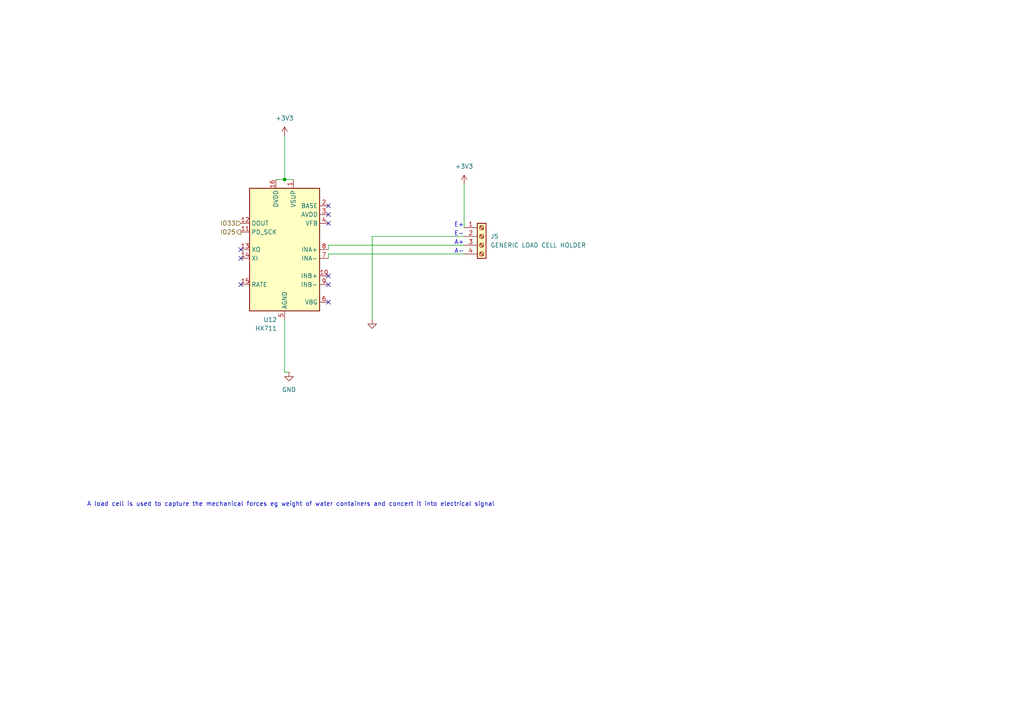
<source format=kicad_sch>
(kicad_sch
	(version 20231120)
	(generator "eeschema")
	(generator_version "8.0")
	(uuid "9ff3d4c3-6ad4-434d-a9f3-8ec0b1d7e1d8")
	(paper "A4")
	(title_block
		(title "FARMTY ")
		(date "2025-02-23")
		(rev "1")
		(company "NGA ")
		(comment 1 "LOAD CELL")
		(comment 2 "ALLAN GACHERU")
	)
	(lib_symbols
		(symbol "Analog_ADC:HX711"
			(exclude_from_sim no)
			(in_bom yes)
			(on_board yes)
			(property "Reference" "U"
				(at 5.08 21.59 0)
				(effects
					(font
						(size 1.27 1.27)
					)
				)
			)
			(property "Value" "HX711"
				(at 7.62 19.05 0)
				(effects
					(font
						(size 1.27 1.27)
					)
				)
			)
			(property "Footprint" "Package_SO:SOP-16_3.9x9.9mm_P1.27mm"
				(at 3.81 1.27 0)
				(effects
					(font
						(size 1.27 1.27)
					)
					(hide yes)
				)
			)
			(property "Datasheet" "https://web.archive.org/web/20220615044707/https://akizukidenshi.com/download/ds/avia/hx711.pdf"
				(at 3.81 -1.27 0)
				(effects
					(font
						(size 1.27 1.27)
					)
					(hide yes)
				)
			)
			(property "Description" "24-Bit Analog-to-Digital Converter (ADC) for Weight Scales"
				(at 0 0 0)
				(effects
					(font
						(size 1.27 1.27)
					)
					(hide yes)
				)
			)
			(property "ki_keywords" "adc load cell 24-bits analog weight"
				(at 0 0 0)
				(effects
					(font
						(size 1.27 1.27)
					)
					(hide yes)
				)
			)
			(property "ki_fp_filters" "SOP*3.9x9.9mm*P1.27mm*"
				(at 0 0 0)
				(effects
					(font
						(size 1.27 1.27)
					)
					(hide yes)
				)
			)
			(symbol "HX711_0_1"
				(rectangle
					(start -10.16 17.78)
					(end 10.16 -17.78)
					(stroke
						(width 0.254)
						(type default)
					)
					(fill
						(type background)
					)
				)
			)
			(symbol "HX711_1_1"
				(pin power_in line
					(at -2.54 20.32 270)
					(length 2.54)
					(name "VSUP"
						(effects
							(font
								(size 1.27 1.27)
							)
						)
					)
					(number "1"
						(effects
							(font
								(size 1.27 1.27)
							)
						)
					)
				)
				(pin input line
					(at -12.7 -7.62 0)
					(length 2.54)
					(name "INB+"
						(effects
							(font
								(size 1.27 1.27)
							)
						)
					)
					(number "10"
						(effects
							(font
								(size 1.27 1.27)
							)
						)
					)
				)
				(pin input line
					(at 12.7 5.08 180)
					(length 2.54)
					(name "PD_SCK"
						(effects
							(font
								(size 1.27 1.27)
							)
						)
					)
					(number "11"
						(effects
							(font
								(size 1.27 1.27)
							)
						)
					)
				)
				(pin output line
					(at 12.7 7.62 180)
					(length 2.54)
					(name "DOUT"
						(effects
							(font
								(size 1.27 1.27)
							)
						)
					)
					(number "12"
						(effects
							(font
								(size 1.27 1.27)
							)
						)
					)
				)
				(pin passive line
					(at 12.7 0 180)
					(length 2.54)
					(name "XO"
						(effects
							(font
								(size 1.27 1.27)
							)
						)
					)
					(number "13"
						(effects
							(font
								(size 1.27 1.27)
							)
						)
					)
				)
				(pin passive line
					(at 12.7 -2.54 180)
					(length 2.54)
					(name "XI"
						(effects
							(font
								(size 1.27 1.27)
							)
						)
					)
					(number "14"
						(effects
							(font
								(size 1.27 1.27)
							)
						)
					)
				)
				(pin input line
					(at 12.7 -10.16 180)
					(length 2.54)
					(name "RATE"
						(effects
							(font
								(size 1.27 1.27)
							)
						)
					)
					(number "15"
						(effects
							(font
								(size 1.27 1.27)
							)
						)
					)
				)
				(pin power_in line
					(at 2.54 20.32 270)
					(length 2.54)
					(name "DVDD"
						(effects
							(font
								(size 1.27 1.27)
							)
						)
					)
					(number "16"
						(effects
							(font
								(size 1.27 1.27)
							)
						)
					)
				)
				(pin passive line
					(at -12.7 12.7 0)
					(length 2.54)
					(name "BASE"
						(effects
							(font
								(size 1.27 1.27)
							)
						)
					)
					(number "2"
						(effects
							(font
								(size 1.27 1.27)
							)
						)
					)
				)
				(pin power_in line
					(at -12.7 10.16 0)
					(length 2.54)
					(name "AVDD"
						(effects
							(font
								(size 1.27 1.27)
							)
						)
					)
					(number "3"
						(effects
							(font
								(size 1.27 1.27)
							)
						)
					)
				)
				(pin input line
					(at -12.7 7.62 0)
					(length 2.54)
					(name "VFB"
						(effects
							(font
								(size 1.27 1.27)
							)
						)
					)
					(number "4"
						(effects
							(font
								(size 1.27 1.27)
							)
						)
					)
				)
				(pin power_in line
					(at 0 -20.32 90)
					(length 2.54)
					(name "AGND"
						(effects
							(font
								(size 1.27 1.27)
							)
						)
					)
					(number "5"
						(effects
							(font
								(size 1.27 1.27)
							)
						)
					)
				)
				(pin passive line
					(at -12.7 -15.24 0)
					(length 2.54)
					(name "VBG"
						(effects
							(font
								(size 1.27 1.27)
							)
						)
					)
					(number "6"
						(effects
							(font
								(size 1.27 1.27)
							)
						)
					)
				)
				(pin input line
					(at -12.7 -2.54 0)
					(length 2.54)
					(name "INA-"
						(effects
							(font
								(size 1.27 1.27)
							)
						)
					)
					(number "7"
						(effects
							(font
								(size 1.27 1.27)
							)
						)
					)
				)
				(pin input line
					(at -12.7 0 0)
					(length 2.54)
					(name "INA+"
						(effects
							(font
								(size 1.27 1.27)
							)
						)
					)
					(number "8"
						(effects
							(font
								(size 1.27 1.27)
							)
						)
					)
				)
				(pin input line
					(at -12.7 -10.16 0)
					(length 2.54)
					(name "INB-"
						(effects
							(font
								(size 1.27 1.27)
							)
						)
					)
					(number "9"
						(effects
							(font
								(size 1.27 1.27)
							)
						)
					)
				)
			)
		)
		(symbol "Connector:Screw_Terminal_01x04"
			(pin_names
				(offset 1.016) hide)
			(exclude_from_sim no)
			(in_bom yes)
			(on_board yes)
			(property "Reference" "J"
				(at 0 5.08 0)
				(effects
					(font
						(size 1.27 1.27)
					)
				)
			)
			(property "Value" "Screw_Terminal_01x04"
				(at 0 -7.62 0)
				(effects
					(font
						(size 1.27 1.27)
					)
				)
			)
			(property "Footprint" ""
				(at 0 0 0)
				(effects
					(font
						(size 1.27 1.27)
					)
					(hide yes)
				)
			)
			(property "Datasheet" "~"
				(at 0 0 0)
				(effects
					(font
						(size 1.27 1.27)
					)
					(hide yes)
				)
			)
			(property "Description" "Generic screw terminal, single row, 01x04, script generated (kicad-library-utils/schlib/autogen/connector/)"
				(at 0 0 0)
				(effects
					(font
						(size 1.27 1.27)
					)
					(hide yes)
				)
			)
			(property "ki_keywords" "screw terminal"
				(at 0 0 0)
				(effects
					(font
						(size 1.27 1.27)
					)
					(hide yes)
				)
			)
			(property "ki_fp_filters" "TerminalBlock*:*"
				(at 0 0 0)
				(effects
					(font
						(size 1.27 1.27)
					)
					(hide yes)
				)
			)
			(symbol "Screw_Terminal_01x04_1_1"
				(rectangle
					(start -1.27 3.81)
					(end 1.27 -6.35)
					(stroke
						(width 0.254)
						(type default)
					)
					(fill
						(type background)
					)
				)
				(circle
					(center 0 -5.08)
					(radius 0.635)
					(stroke
						(width 0.1524)
						(type default)
					)
					(fill
						(type none)
					)
				)
				(circle
					(center 0 -2.54)
					(radius 0.635)
					(stroke
						(width 0.1524)
						(type default)
					)
					(fill
						(type none)
					)
				)
				(polyline
					(pts
						(xy -0.5334 -4.7498) (xy 0.3302 -5.588)
					)
					(stroke
						(width 0.1524)
						(type default)
					)
					(fill
						(type none)
					)
				)
				(polyline
					(pts
						(xy -0.5334 -2.2098) (xy 0.3302 -3.048)
					)
					(stroke
						(width 0.1524)
						(type default)
					)
					(fill
						(type none)
					)
				)
				(polyline
					(pts
						(xy -0.5334 0.3302) (xy 0.3302 -0.508)
					)
					(stroke
						(width 0.1524)
						(type default)
					)
					(fill
						(type none)
					)
				)
				(polyline
					(pts
						(xy -0.5334 2.8702) (xy 0.3302 2.032)
					)
					(stroke
						(width 0.1524)
						(type default)
					)
					(fill
						(type none)
					)
				)
				(polyline
					(pts
						(xy -0.3556 -4.572) (xy 0.508 -5.4102)
					)
					(stroke
						(width 0.1524)
						(type default)
					)
					(fill
						(type none)
					)
				)
				(polyline
					(pts
						(xy -0.3556 -2.032) (xy 0.508 -2.8702)
					)
					(stroke
						(width 0.1524)
						(type default)
					)
					(fill
						(type none)
					)
				)
				(polyline
					(pts
						(xy -0.3556 0.508) (xy 0.508 -0.3302)
					)
					(stroke
						(width 0.1524)
						(type default)
					)
					(fill
						(type none)
					)
				)
				(polyline
					(pts
						(xy -0.3556 3.048) (xy 0.508 2.2098)
					)
					(stroke
						(width 0.1524)
						(type default)
					)
					(fill
						(type none)
					)
				)
				(circle
					(center 0 0)
					(radius 0.635)
					(stroke
						(width 0.1524)
						(type default)
					)
					(fill
						(type none)
					)
				)
				(circle
					(center 0 2.54)
					(radius 0.635)
					(stroke
						(width 0.1524)
						(type default)
					)
					(fill
						(type none)
					)
				)
				(pin passive line
					(at -5.08 2.54 0)
					(length 3.81)
					(name "Pin_1"
						(effects
							(font
								(size 1.27 1.27)
							)
						)
					)
					(number "1"
						(effects
							(font
								(size 1.27 1.27)
							)
						)
					)
				)
				(pin passive line
					(at -5.08 0 0)
					(length 3.81)
					(name "Pin_2"
						(effects
							(font
								(size 1.27 1.27)
							)
						)
					)
					(number "2"
						(effects
							(font
								(size 1.27 1.27)
							)
						)
					)
				)
				(pin passive line
					(at -5.08 -2.54 0)
					(length 3.81)
					(name "Pin_3"
						(effects
							(font
								(size 1.27 1.27)
							)
						)
					)
					(number "3"
						(effects
							(font
								(size 1.27 1.27)
							)
						)
					)
				)
				(pin passive line
					(at -5.08 -5.08 0)
					(length 3.81)
					(name "Pin_4"
						(effects
							(font
								(size 1.27 1.27)
							)
						)
					)
					(number "4"
						(effects
							(font
								(size 1.27 1.27)
							)
						)
					)
				)
			)
		)
		(symbol "power:+1V1"
			(power)
			(pin_numbers hide)
			(pin_names
				(offset 0) hide)
			(exclude_from_sim no)
			(in_bom yes)
			(on_board yes)
			(property "Reference" "#PWR"
				(at 0 -3.81 0)
				(effects
					(font
						(size 1.27 1.27)
					)
					(hide yes)
				)
			)
			(property "Value" "+1V1"
				(at 0 3.556 0)
				(effects
					(font
						(size 1.27 1.27)
					)
				)
			)
			(property "Footprint" ""
				(at 0 0 0)
				(effects
					(font
						(size 1.27 1.27)
					)
					(hide yes)
				)
			)
			(property "Datasheet" ""
				(at 0 0 0)
				(effects
					(font
						(size 1.27 1.27)
					)
					(hide yes)
				)
			)
			(property "Description" "Power symbol creates a global label with name \"+1V1\""
				(at 0 0 0)
				(effects
					(font
						(size 1.27 1.27)
					)
					(hide yes)
				)
			)
			(property "ki_keywords" "global power"
				(at 0 0 0)
				(effects
					(font
						(size 1.27 1.27)
					)
					(hide yes)
				)
			)
			(symbol "+1V1_0_1"
				(polyline
					(pts
						(xy -0.762 1.27) (xy 0 2.54)
					)
					(stroke
						(width 0)
						(type default)
					)
					(fill
						(type none)
					)
				)
				(polyline
					(pts
						(xy 0 0) (xy 0 2.54)
					)
					(stroke
						(width 0)
						(type default)
					)
					(fill
						(type none)
					)
				)
				(polyline
					(pts
						(xy 0 2.54) (xy 0.762 1.27)
					)
					(stroke
						(width 0)
						(type default)
					)
					(fill
						(type none)
					)
				)
			)
			(symbol "+1V1_1_1"
				(pin power_in line
					(at 0 0 90)
					(length 0)
					(name "~"
						(effects
							(font
								(size 1.27 1.27)
							)
						)
					)
					(number "1"
						(effects
							(font
								(size 1.27 1.27)
							)
						)
					)
				)
			)
		)
		(symbol "power:GND"
			(power)
			(pin_numbers hide)
			(pin_names
				(offset 0) hide)
			(exclude_from_sim no)
			(in_bom yes)
			(on_board yes)
			(property "Reference" "#PWR"
				(at 0 -6.35 0)
				(effects
					(font
						(size 1.27 1.27)
					)
					(hide yes)
				)
			)
			(property "Value" "GND"
				(at 0 -3.81 0)
				(effects
					(font
						(size 1.27 1.27)
					)
				)
			)
			(property "Footprint" ""
				(at 0 0 0)
				(effects
					(font
						(size 1.27 1.27)
					)
					(hide yes)
				)
			)
			(property "Datasheet" ""
				(at 0 0 0)
				(effects
					(font
						(size 1.27 1.27)
					)
					(hide yes)
				)
			)
			(property "Description" "Power symbol creates a global label with name \"GND\" , ground"
				(at 0 0 0)
				(effects
					(font
						(size 1.27 1.27)
					)
					(hide yes)
				)
			)
			(property "ki_keywords" "global power"
				(at 0 0 0)
				(effects
					(font
						(size 1.27 1.27)
					)
					(hide yes)
				)
			)
			(symbol "GND_0_1"
				(polyline
					(pts
						(xy 0 0) (xy 0 -1.27) (xy 1.27 -1.27) (xy 0 -2.54) (xy -1.27 -1.27) (xy 0 -1.27)
					)
					(stroke
						(width 0)
						(type default)
					)
					(fill
						(type none)
					)
				)
			)
			(symbol "GND_1_1"
				(pin power_in line
					(at 0 0 270)
					(length 0)
					(name "~"
						(effects
							(font
								(size 1.27 1.27)
							)
						)
					)
					(number "1"
						(effects
							(font
								(size 1.27 1.27)
							)
						)
					)
				)
			)
		)
	)
	(junction
		(at 82.55 52.07)
		(diameter 0)
		(color 0 0 0 0)
		(uuid "c3ee7732-990c-4d8c-98dd-89b262676980")
	)
	(no_connect
		(at 95.25 87.63)
		(uuid "4985ec7f-deb6-4f8d-961c-f3f07b095411")
	)
	(no_connect
		(at 69.85 72.39)
		(uuid "6d2b6d83-b48b-411b-9065-048b46c71560")
	)
	(no_connect
		(at 95.25 62.23)
		(uuid "72d62829-1a20-4cd2-87e2-63a43227601c")
	)
	(no_connect
		(at 69.85 82.55)
		(uuid "87832f54-949a-41da-82f2-92e65d996beb")
	)
	(no_connect
		(at 69.85 74.93)
		(uuid "9f8ed4f9-6ba1-4c9a-97ef-5fdafa6160f3")
	)
	(no_connect
		(at 95.25 59.69)
		(uuid "aa266cf2-fbcd-4387-b18c-448b12bd248e")
	)
	(no_connect
		(at 95.25 82.55)
		(uuid "c23f49a6-a9e4-4e02-b752-39a6c8811c95")
	)
	(no_connect
		(at 95.25 64.77)
		(uuid "c6bab99a-7144-4720-b892-50b205e34a13")
	)
	(no_connect
		(at 95.25 80.01)
		(uuid "e1c17dca-fbc6-478a-bc62-165a4ba89f4a")
	)
	(wire
		(pts
			(xy 95.25 72.39) (xy 95.25 71.12)
		)
		(stroke
			(width 0)
			(type default)
		)
		(uuid "342b022e-c3e6-4260-968f-a72cfa80fae3")
	)
	(wire
		(pts
			(xy 82.55 52.07) (xy 85.09 52.07)
		)
		(stroke
			(width 0)
			(type default)
		)
		(uuid "37c42a71-f3b4-42ef-9a32-14c09d69b785")
	)
	(wire
		(pts
			(xy 95.25 73.66) (xy 134.62 73.66)
		)
		(stroke
			(width 0)
			(type default)
		)
		(uuid "41e148b0-9061-41b2-97b0-106f8155a49c")
	)
	(wire
		(pts
			(xy 82.55 107.95) (xy 82.55 92.71)
		)
		(stroke
			(width 0)
			(type default)
		)
		(uuid "5ecef04a-19ea-4fae-9f31-4f486a9fd701")
	)
	(wire
		(pts
			(xy 107.95 68.58) (xy 134.62 68.58)
		)
		(stroke
			(width 0)
			(type default)
		)
		(uuid "5f58bef0-b889-41ab-b0b0-9bdbdd5a32e8")
	)
	(wire
		(pts
			(xy 83.82 107.95) (xy 82.55 107.95)
		)
		(stroke
			(width 0)
			(type default)
		)
		(uuid "6c360cf3-6416-4ba2-8938-64ebb8c46ddb")
	)
	(wire
		(pts
			(xy 95.25 71.12) (xy 134.62 71.12)
		)
		(stroke
			(width 0)
			(type default)
		)
		(uuid "6fc4edbb-f6c8-4c57-8574-f97d6a8a96b1")
	)
	(wire
		(pts
			(xy 82.55 39.37) (xy 82.55 52.07)
		)
		(stroke
			(width 0)
			(type default)
		)
		(uuid "9a6b8935-ace9-4e52-82b1-44ace46379cb")
	)
	(wire
		(pts
			(xy 95.25 74.93) (xy 95.25 73.66)
		)
		(stroke
			(width 0)
			(type default)
		)
		(uuid "a044009e-72f3-4009-9922-29ce5af8ba51")
	)
	(wire
		(pts
			(xy 134.62 53.34) (xy 134.62 66.04)
		)
		(stroke
			(width 0)
			(type default)
		)
		(uuid "aa32eae7-ee43-4a80-b015-0b02dcef76fe")
	)
	(wire
		(pts
			(xy 80.01 52.07) (xy 82.55 52.07)
		)
		(stroke
			(width 0)
			(type default)
		)
		(uuid "c770ec2b-6ee4-42b6-ba7e-ff9c623b95de")
	)
	(wire
		(pts
			(xy 107.95 68.58) (xy 107.95 92.71)
		)
		(stroke
			(width 0)
			(type default)
		)
		(uuid "d256bf18-4ecc-44a2-9cd3-02918535d968")
	)
	(text "A-"
		(exclude_from_sim no)
		(at 134.62 73.66 0)
		(effects
			(font
				(size 1.27 1.27)
			)
			(justify right bottom)
		)
		(uuid "03042f7f-9aaa-480a-9b4a-0454292637a5")
	)
	(text "E+"
		(exclude_from_sim no)
		(at 134.62 66.04 0)
		(effects
			(font
				(size 1.27 1.27)
			)
			(justify right bottom)
		)
		(uuid "b49707db-8533-4785-aebb-049d0f6be895")
	)
	(text "A load cell is used to capture the mechanical forces eg weight of water containers and concert it into electrical signal "
		(exclude_from_sim no)
		(at 84.836 146.304 0)
		(effects
			(font
				(size 1.27 1.27)
			)
		)
		(uuid "c964b0bc-1904-49ba-9b3e-287e0fff59fd")
	)
	(text "A+"
		(exclude_from_sim no)
		(at 134.62 71.12 0)
		(effects
			(font
				(size 1.27 1.27)
			)
			(justify right bottom)
		)
		(uuid "d088359d-e756-4d4d-9c47-4332e3aa6522")
	)
	(text "E-"
		(exclude_from_sim no)
		(at 134.62 68.58 0)
		(effects
			(font
				(size 1.27 1.27)
			)
			(justify right bottom)
		)
		(uuid "db93b1ab-194a-4b8f-b214-88e60f016289")
	)
	(hierarchical_label "IO25"
		(shape output)
		(at 69.85 67.31 180)
		(effects
			(font
				(size 1.27 1.27)
			)
			(justify right)
		)
		(uuid "53d777c7-c060-4d5e-8f4c-a16b338f7161")
	)
	(hierarchical_label "IO33"
		(shape input)
		(at 69.85 64.77 180)
		(effects
			(font
				(size 1.27 1.27)
			)
			(justify right)
		)
		(uuid "9f42a8f3-cf4e-4329-b353-e3bd33b1b743")
	)
	(symbol
		(lib_id "power:GND")
		(at 83.82 107.95 0)
		(unit 1)
		(exclude_from_sim no)
		(in_bom yes)
		(on_board yes)
		(dnp no)
		(fields_autoplaced yes)
		(uuid "105b5c2c-1d84-405d-ae29-6b7f14b22361")
		(property "Reference" "#PWR09"
			(at 83.82 114.3 0)
			(effects
				(font
					(size 1.27 1.27)
				)
				(hide yes)
			)
		)
		(property "Value" "GND"
			(at 83.82 113.03 0)
			(effects
				(font
					(size 1.27 1.27)
				)
			)
		)
		(property "Footprint" ""
			(at 83.82 107.95 0)
			(effects
				(font
					(size 1.27 1.27)
				)
				(hide yes)
			)
		)
		(property "Datasheet" ""
			(at 83.82 107.95 0)
			(effects
				(font
					(size 1.27 1.27)
				)
				(hide yes)
			)
		)
		(property "Description" "Power symbol creates a global label with name \"GND\" , ground"
			(at 83.82 107.95 0)
			(effects
				(font
					(size 1.27 1.27)
				)
				(hide yes)
			)
		)
		(pin "1"
			(uuid "d53c3cac-9e58-45d2-b891-dd6f1aae7b47")
		)
		(instances
			(project ""
				(path "/0fdfe1ab-72bc-4993-b1c2-70ee1668a905/f18560c3-d87a-413e-9d8f-58b3e8848822"
					(reference "#PWR09")
					(unit 1)
				)
			)
		)
	)
	(symbol
		(lib_id "Connector:Screw_Terminal_01x04")
		(at 139.7 68.58 0)
		(unit 1)
		(exclude_from_sim no)
		(in_bom yes)
		(on_board yes)
		(dnp no)
		(fields_autoplaced yes)
		(uuid "43261bae-adb4-47ef-a019-0ecd31852262")
		(property "Reference" "J5"
			(at 142.24 68.5799 0)
			(effects
				(font
					(size 1.27 1.27)
				)
				(justify left)
			)
		)
		(property "Value" "GENERIC LOAD CELL HOLDER"
			(at 142.24 71.1199 0)
			(effects
				(font
					(size 1.27 1.27)
				)
				(justify left)
			)
		)
		(property "Footprint" "TerminalBlock_Altech:Altech_AK100_1x04_P5.00mm"
			(at 139.7 68.58 0)
			(effects
				(font
					(size 1.27 1.27)
				)
				(hide yes)
			)
		)
		(property "Datasheet" "~"
			(at 139.7 68.58 0)
			(effects
				(font
					(size 1.27 1.27)
				)
				(hide yes)
			)
		)
		(property "Description" "Generic screw terminal, single row, 01x04, script generated (kicad-library-utils/schlib/autogen/connector/)"
			(at 139.7 68.58 0)
			(effects
				(font
					(size 1.27 1.27)
				)
				(hide yes)
			)
		)
		(pin "2"
			(uuid "60401eaa-86a1-4d0d-910c-f2390a1b1d01")
		)
		(pin "3"
			(uuid "83255c46-f467-45ea-aea0-3fb794748173")
		)
		(pin "4"
			(uuid "cadc96ce-4045-41c2-a13c-f65634c477ee")
		)
		(pin "1"
			(uuid "b7268eb6-c0e8-4d88-96b0-ce2a1085623a")
		)
		(instances
			(project ""
				(path "/0fdfe1ab-72bc-4993-b1c2-70ee1668a905/f18560c3-d87a-413e-9d8f-58b3e8848822"
					(reference "J5")
					(unit 1)
				)
			)
		)
	)
	(symbol
		(lib_id "Analog_ADC:HX711")
		(at 82.55 72.39 0)
		(mirror y)
		(unit 1)
		(exclude_from_sim no)
		(in_bom yes)
		(on_board yes)
		(dnp no)
		(uuid "4ab9cb8f-3ffa-4b5e-ae61-4d5fba255176")
		(property "Reference" "U12"
			(at 80.3559 92.71 0)
			(effects
				(font
					(size 1.27 1.27)
				)
				(justify left)
			)
		)
		(property "Value" "HX711"
			(at 80.3559 95.25 0)
			(effects
				(font
					(size 1.27 1.27)
				)
				(justify left)
			)
		)
		(property "Footprint" "Package_SO:SOP-16_3.9x9.9mm_P1.27mm"
			(at 78.74 71.12 0)
			(effects
				(font
					(size 1.27 1.27)
				)
				(hide yes)
			)
		)
		(property "Datasheet" "https://web.archive.org/web/20220615044707/https://akizukidenshi.com/download/ds/avia/hx711.pdf"
			(at 78.74 73.66 0)
			(effects
				(font
					(size 1.27 1.27)
				)
				(hide yes)
			)
		)
		(property "Description" "24-Bit Analog-to-Digital Converter (ADC) for Weight Scales"
			(at 82.55 72.39 0)
			(effects
				(font
					(size 1.27 1.27)
				)
				(hide yes)
			)
		)
		(pin "4"
			(uuid "3a296c48-b319-41b8-b887-ada4c49ee849")
		)
		(pin "16"
			(uuid "4358def3-6146-4360-aee6-d6924b822fd0")
		)
		(pin "3"
			(uuid "6489d105-3614-4159-866b-54efd9b5cc9c")
		)
		(pin "13"
			(uuid "8906ee87-e8e9-4cff-8491-6664d91dc0a2")
		)
		(pin "2"
			(uuid "ff884661-40f2-46a4-8390-9feb33721630")
		)
		(pin "15"
			(uuid "6e99f257-29eb-4070-bb33-6b9659507d0d")
		)
		(pin "14"
			(uuid "c3f29ab3-77a5-43b8-b455-1ce0c2dc12ca")
		)
		(pin "1"
			(uuid "e4f1df9c-5fcb-4770-a8f0-df4b1b09bd73")
		)
		(pin "10"
			(uuid "51f7c56f-43a4-47d0-8002-c3b17ac9cd7b")
		)
		(pin "12"
			(uuid "3f024113-5e3a-4f27-a3dd-432b80cb71d8")
		)
		(pin "5"
			(uuid "a30db10a-ac56-4bd8-b5da-b5c40ca6b666")
		)
		(pin "11"
			(uuid "ce4aa218-436e-4161-ba26-21511c19f882")
		)
		(pin "7"
			(uuid "5fcba270-6f85-4b8e-8018-d851c2e077a2")
		)
		(pin "6"
			(uuid "a04af56f-f23e-4984-a489-39f895dbc10d")
		)
		(pin "8"
			(uuid "292d8353-d75a-45a8-9c5c-4d16a0dc2e46")
		)
		(pin "9"
			(uuid "584c9a68-0393-49ba-9756-396d58cb4a9a")
		)
		(instances
			(project ""
				(path "/0fdfe1ab-72bc-4993-b1c2-70ee1668a905/f18560c3-d87a-413e-9d8f-58b3e8848822"
					(reference "U12")
					(unit 1)
				)
			)
		)
	)
	(symbol
		(lib_id "power:+1V1")
		(at 82.55 39.37 0)
		(unit 1)
		(exclude_from_sim no)
		(in_bom yes)
		(on_board yes)
		(dnp no)
		(fields_autoplaced yes)
		(uuid "643466b8-a3db-40bf-a12a-3f75329ae895")
		(property "Reference" "#PWR010"
			(at 82.55 43.18 0)
			(effects
				(font
					(size 1.27 1.27)
				)
				(hide yes)
			)
		)
		(property "Value" "+3V3"
			(at 82.55 34.29 0)
			(effects
				(font
					(size 1.27 1.27)
				)
			)
		)
		(property "Footprint" ""
			(at 82.55 39.37 0)
			(effects
				(font
					(size 1.27 1.27)
				)
				(hide yes)
			)
		)
		(property "Datasheet" ""
			(at 82.55 39.37 0)
			(effects
				(font
					(size 1.27 1.27)
				)
				(hide yes)
			)
		)
		(property "Description" "Power symbol creates a global label with name \"+1V1\""
			(at 82.55 39.37 0)
			(effects
				(font
					(size 1.27 1.27)
				)
				(hide yes)
			)
		)
		(pin "1"
			(uuid "03b2d1ff-8420-4198-bfd1-e830e13cac8f")
		)
		(instances
			(project ""
				(path "/0fdfe1ab-72bc-4993-b1c2-70ee1668a905/f18560c3-d87a-413e-9d8f-58b3e8848822"
					(reference "#PWR010")
					(unit 1)
				)
			)
		)
	)
	(symbol
		(lib_id "power:+1V1")
		(at 134.62 53.34 0)
		(unit 1)
		(exclude_from_sim no)
		(in_bom yes)
		(on_board yes)
		(dnp no)
		(fields_autoplaced yes)
		(uuid "71fe08fd-dac4-4d2f-86b0-917af47d8883")
		(property "Reference" "#PWR040"
			(at 134.62 57.15 0)
			(effects
				(font
					(size 1.27 1.27)
				)
				(hide yes)
			)
		)
		(property "Value" "+3V3"
			(at 134.62 48.26 0)
			(effects
				(font
					(size 1.27 1.27)
				)
			)
		)
		(property "Footprint" ""
			(at 134.62 53.34 0)
			(effects
				(font
					(size 1.27 1.27)
				)
				(hide yes)
			)
		)
		(property "Datasheet" ""
			(at 134.62 53.34 0)
			(effects
				(font
					(size 1.27 1.27)
				)
				(hide yes)
			)
		)
		(property "Description" "Power symbol creates a global label with name \"+1V1\""
			(at 134.62 53.34 0)
			(effects
				(font
					(size 1.27 1.27)
				)
				(hide yes)
			)
		)
		(pin "1"
			(uuid "f882a20d-015d-43c0-a35c-215ed947161a")
		)
		(instances
			(project ""
				(path "/0fdfe1ab-72bc-4993-b1c2-70ee1668a905/f18560c3-d87a-413e-9d8f-58b3e8848822"
					(reference "#PWR040")
					(unit 1)
				)
			)
		)
	)
	(symbol
		(lib_id "power:GND")
		(at 107.95 92.71 0)
		(unit 1)
		(exclude_from_sim no)
		(in_bom yes)
		(on_board yes)
		(dnp no)
		(fields_autoplaced yes)
		(uuid "ab855853-01c4-42c2-ae4d-12dfd2a33919")
		(property "Reference" "#PWR037"
			(at 107.95 99.06 0)
			(effects
				(font
					(size 1.27 1.27)
				)
				(hide yes)
			)
		)
		(property "Value" "GND"
			(at 107.95 97.79 0)
			(effects
				(font
					(size 1.27 1.27)
				)
				(hide yes)
			)
		)
		(property "Footprint" ""
			(at 107.95 92.71 0)
			(effects
				(font
					(size 1.27 1.27)
				)
				(hide yes)
			)
		)
		(property "Datasheet" ""
			(at 107.95 92.71 0)
			(effects
				(font
					(size 1.27 1.27)
				)
				(hide yes)
			)
		)
		(property "Description" "Power symbol creates a global label with name \"GND\" , ground"
			(at 107.95 92.71 0)
			(effects
				(font
					(size 1.27 1.27)
				)
				(hide yes)
			)
		)
		(pin "1"
			(uuid "35e87345-4d1b-444f-a0aa-3b46f195da63")
		)
		(instances
			(project ""
				(path "/0fdfe1ab-72bc-4993-b1c2-70ee1668a905/f18560c3-d87a-413e-9d8f-58b3e8848822"
					(reference "#PWR037")
					(unit 1)
				)
			)
		)
	)
)

</source>
